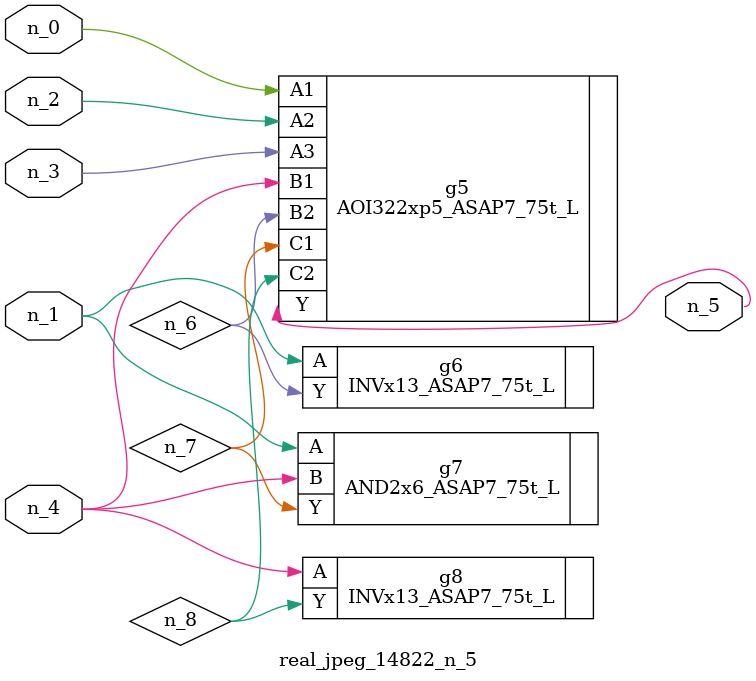
<source format=v>
module real_jpeg_14822_n_5 (n_4, n_0, n_1, n_2, n_3, n_5);

input n_4;
input n_0;
input n_1;
input n_2;
input n_3;

output n_5;

wire n_8;
wire n_6;
wire n_7;

AOI322xp5_ASAP7_75t_L g5 ( 
.A1(n_0),
.A2(n_2),
.A3(n_3),
.B1(n_4),
.B2(n_6),
.C1(n_7),
.C2(n_8),
.Y(n_5)
);

INVx13_ASAP7_75t_L g6 ( 
.A(n_1),
.Y(n_6)
);

AND2x6_ASAP7_75t_L g7 ( 
.A(n_1),
.B(n_4),
.Y(n_7)
);

INVx13_ASAP7_75t_L g8 ( 
.A(n_4),
.Y(n_8)
);


endmodule
</source>
